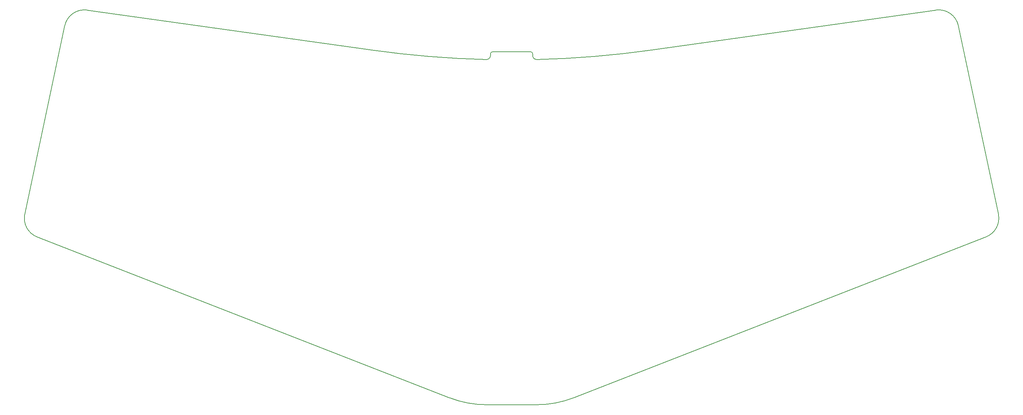
<source format=gbr>
%TF.GenerationSoftware,KiCad,Pcbnew,7.0.2*%
%TF.CreationDate,2023-06-24T23:52:28+10:00*%
%TF.ProjectId,keyboard,6b657962-6f61-4726-942e-6b696361645f,v1.0.0*%
%TF.SameCoordinates,Original*%
%TF.FileFunction,Profile,NP*%
%FSLAX46Y46*%
G04 Gerber Fmt 4.6, Leading zero omitted, Abs format (unit mm)*
G04 Created by KiCad (PCBNEW 7.0.2) date 2023-06-24 23:52:28*
%MOMM*%
%LPD*%
G01*
G04 APERTURE LIST*
%TA.AperFunction,Profile*%
%ADD10C,0.200000*%
%TD*%
G04 APERTURE END LIST*
D10*
X195250002Y-61336102D02*
G75*
G03*
X194750002Y-61836118I-2J-499998D01*
G01*
X205250033Y-62257667D02*
G75*
G03*
X206275102Y-63257352I999967J-33D01*
G01*
X78848748Y-101671275D02*
X88798455Y-54861581D01*
X78848719Y-101671269D02*
G75*
G03*
X81923906Y-107369553I4890781J-1039531D01*
G01*
X318076097Y-107369553D02*
X215378572Y-147392466D01*
X200000002Y-149098867D02*
X193699329Y-149098867D01*
X318076087Y-107369527D02*
G75*
G03*
X321151254Y-101671275I-1815587J4658727D01*
G01*
X94385059Y-50949799D02*
X165206726Y-60903136D01*
X311201506Y-54861590D02*
G75*
G03*
X305614944Y-50949800I-4890706J-1039510D01*
G01*
X194750002Y-61836118D02*
X194750002Y-62257667D01*
X94385064Y-50949762D02*
G75*
G03*
X88798456Y-54861581I-695864J-4951338D01*
G01*
X200000002Y-61336118D02*
X204750002Y-61336118D01*
X321151255Y-101671275D02*
X311201548Y-54861581D01*
X81923906Y-107369553D02*
X184621431Y-147392466D01*
X305614944Y-50949799D02*
X234793277Y-60903136D01*
X193724900Y-63257389D02*
G75*
G03*
X194750002Y-62257667I25000J999789D01*
G01*
X184621433Y-147392461D02*
G75*
G03*
X193699329Y-149098867I9077867J23293361D01*
G01*
X200000002Y-61336118D02*
X195250002Y-61336118D01*
X200000002Y-149098867D02*
X206300674Y-149098867D01*
X165206725Y-60903140D02*
G75*
G03*
X193724901Y-63257351I34793275J247567640D01*
G01*
X206300674Y-149098854D02*
G75*
G03*
X215378572Y-147392465I-74J25000554D01*
G01*
X205250002Y-61836118D02*
X205250002Y-62257667D01*
X206275102Y-63257352D02*
G75*
G03*
X234793277Y-60903135I-6275102J249921252D01*
G01*
X205249982Y-61836118D02*
G75*
G03*
X204750002Y-61336118I-499982J18D01*
G01*
M02*

</source>
